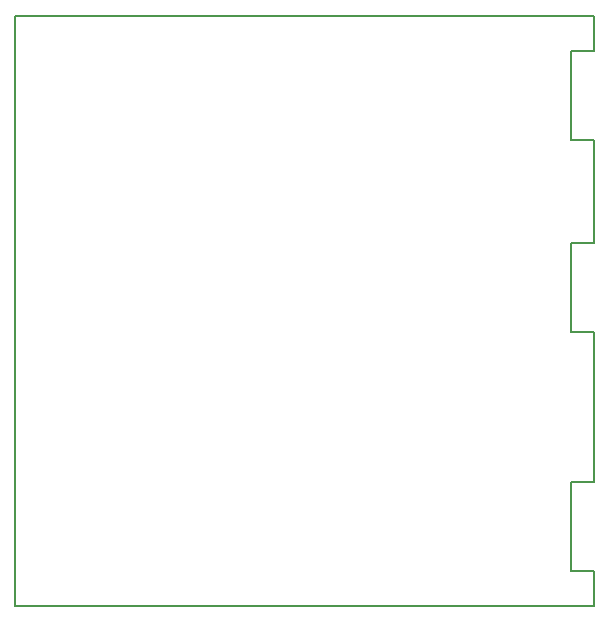
<source format=gbr>
G04 #@! TF.FileFunction,Profile,NP*
%FSLAX46Y46*%
G04 Gerber Fmt 4.6, Leading zero omitted, Abs format (unit mm)*
G04 Created by KiCad (PCBNEW 4.X.X-debug) date Sat Sep 24 21:23:53 2016*
%MOMM*%
%LPD*%
G01*
G04 APERTURE LIST*
%ADD10C,0.100000*%
%ADD11C,0.150000*%
G04 APERTURE END LIST*
D10*
D11*
X149500000Y-147000000D02*
X149500000Y-150000000D01*
X149500000Y-147000000D02*
X147500000Y-147000000D01*
X149500000Y-139500000D02*
X147500000Y-139500000D01*
X149500000Y-103000000D02*
X149500000Y-100000000D01*
X149500000Y-119250000D02*
X149500000Y-110500000D01*
X149500000Y-139500000D02*
X149500000Y-126750000D01*
X147500000Y-139500000D02*
X147500000Y-147000000D01*
X147500000Y-119250000D02*
X147500000Y-126750000D01*
X149500000Y-119250000D02*
X147500000Y-119250000D01*
X147500000Y-126750000D02*
X149500000Y-126750000D01*
X100500000Y-150000000D02*
X100500000Y-100000000D01*
X100500000Y-100000000D02*
X149500000Y-100000000D01*
X149500000Y-150000000D02*
X100500000Y-150000000D01*
X149500000Y-103000000D02*
X147500000Y-103000000D01*
X147500000Y-110500000D02*
X149500000Y-110500000D01*
X147500000Y-103000000D02*
X147500000Y-110500000D01*
M02*

</source>
